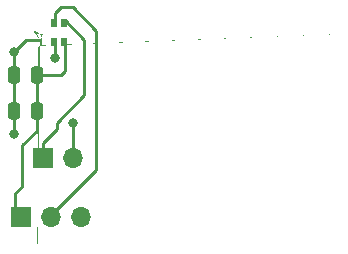
<source format=gbr>
%TF.GenerationSoftware,KiCad,Pcbnew,8.0.0*%
%TF.CreationDate,2024-04-07T22:46:54-07:00*%
%TF.ProjectId,PDM_Receiver,50444d5f-5265-4636-9569-7665722e6b69,rev?*%
%TF.SameCoordinates,Original*%
%TF.FileFunction,Copper,L1,Top*%
%TF.FilePolarity,Positive*%
%FSLAX46Y46*%
G04 Gerber Fmt 4.6, Leading zero omitted, Abs format (unit mm)*
G04 Created by KiCad (PCBNEW 8.0.0) date 2024-04-07 22:46:54*
%MOMM*%
%LPD*%
G01*
G04 APERTURE LIST*
G04 Aperture macros list*
%AMRoundRect*
0 Rectangle with rounded corners*
0 $1 Rounding radius*
0 $2 $3 $4 $5 $6 $7 $8 $9 X,Y pos of 4 corners*
0 Add a 4 corners polygon primitive as box body*
4,1,4,$2,$3,$4,$5,$6,$7,$8,$9,$2,$3,0*
0 Add four circle primitives for the rounded corners*
1,1,$1+$1,$2,$3*
1,1,$1+$1,$4,$5*
1,1,$1+$1,$6,$7*
1,1,$1+$1,$8,$9*
0 Add four rect primitives between the rounded corners*
20,1,$1+$1,$2,$3,$4,$5,0*
20,1,$1+$1,$4,$5,$6,$7,0*
20,1,$1+$1,$6,$7,$8,$9,0*
20,1,$1+$1,$8,$9,$2,$3,0*%
%AMFreePoly0*
4,1,251,-0.607239,0.797000,-0.565179,0.793995,-0.523154,0.787991,-0.482143,0.779988,-0.441106,0.770979,-0.401085,0.758972,-0.361060,0.744963,-0.322036,0.728952,-0.284003,0.710935,-0.246998,0.689932,-0.210998,0.668932,-0.176946,0.644897,-0.142922,0.618877,-0.111908,0.591865,-0.080885,0.562842,-0.051873,0.531828,-0.024853,0.500804,0.001158,0.466788,0.025182,0.432752,0.046185,0.396747,
0.067202,0.359714,0.085213,0.321690,0.101222,0.282665,0.115229,0.242644,0.127229,0.202644,0.136241,0.161596,0.144245,0.120571,0.150249,0.078536,0.153250,0.036513,0.154250,-0.002487,0.154250,-0.012512,0.153249,-0.054535,0.150245,-0.097571,0.144241,-0.139596,0.136236,-0.180616,0.126229,-0.222644,0.114222,-0.262665,0.100213,-0.302690,0.084204,-0.341710,0.066185,-0.380747,
0.045177,-0.417761,0.023162,-0.453783,-0.000853,-0.488804,-0.026868,-0.522822,-0.053885,-0.554842,-0.082908,-0.585865,-0.113928,-0.614882,-0.145946,-0.641897,-0.179967,-0.667912,-0.214989,-0.691927,-0.251003,-0.713935,-0.288040,-0.734954,-0.327060,-0.752963,-0.366085,-0.768972,-0.406106,-0.782979,-0.446134,-0.794986,-0.488154,-0.804991,-0.529179,-0.812995,-0.571215,-0.818999,-0.614238,-0.822000,
-0.656238,-0.823000,-0.716250,-0.823000,-0.716294,-0.822998,-0.761326,-0.818994,-0.800341,-0.812992,-0.838368,-0.805986,-0.875392,-0.796979,-0.912416,-0.785972,-0.949431,-0.772966,-0.985458,-0.758955,-1.020484,-0.742942,-1.054509,-0.724928,-1.087518,-0.704922,-1.120539,-0.683908,-1.151562,-0.661890,-1.181584,-0.637872,-1.210597,-0.611860,-1.238616,-0.584840,-1.264634,-0.556820,-1.289640,-0.526812,
-1.313662,-0.496783,-1.335672,-0.464768,-1.356689,-0.431739,-1.374695,-0.398729,-1.392710,-0.363697,-1.407716,-0.328681,-1.421726,-0.292654,-1.433733,-0.255630,-1.443737,-0.218615,-1.452742,-0.180591,-1.459742,-0.142591,-1.463748,-0.104547,-1.466748,-0.072547,-1.466750,-0.072500,-1.466750,-0.002487,-1.465749,0.036536,-1.462745,0.078571,-1.456741,0.120596,-1.448738,0.161607,-1.439729,0.202644,
-1.427722,0.242665,-1.413713,0.282690,-1.397702,0.321714,-1.379685,0.359747,-1.358682,0.396752,-1.337682,0.432752,-1.313647,0.466804,-1.287627,0.500828,-1.260615,0.531842,-1.231592,0.562865,-1.200578,0.591877,-1.169554,0.618897,-1.135538,0.644908,-1.101502,0.668932,-1.065497,0.689935,-1.028464,0.710952,-0.990440,0.728963,-0.951415,0.744972,-0.911394,0.758979,-0.871394,0.770979,
-0.830346,0.779991,-0.789321,0.787995,-0.747286,0.793999,-0.705261,0.797000,-0.661261,0.798000,-0.660905,0.797861,-0.660750,0.797511,-0.660750,0.497500,-0.660896,0.497146,-0.661229,0.497000,-0.685223,0.496000,-0.712205,0.494001,-0.738178,0.491004,-0.764151,0.486010,-0.790117,0.480017,-0.815098,0.472024,-0.840064,0.463036,-0.865042,0.453045,-0.889028,0.442051,-0.911990,0.429073,
-0.934976,0.415081,-0.956955,0.400095,-0.977937,0.384109,-0.997906,0.367136,-1.035886,0.329156,-1.052859,0.309187,-1.068845,0.288205,-1.083831,0.266226,-1.097823,0.243240,-1.110801,0.220278,-1.121795,0.196292,-1.131786,0.171314,-1.140774,0.146348,-1.148767,0.121367,-1.154759,0.095406,-1.159754,0.069428,-1.162751,0.043463,-1.164751,0.016463,-1.165750,-0.012517,-1.165750,-0.035475,
-1.163751,-0.061457,-1.160753,-0.087443,-1.156758,-0.113407,-1.150767,-0.139370,-1.143767,-0.165369,-1.135782,-0.190320,-1.125795,-0.214292,-1.114795,-0.238292,-1.102811,-0.262258,-1.088828,-0.285232,-1.074841,-0.307210,-1.058859,-0.328187,-1.041869,-0.348176,-1.023893,-0.368149,-0.985926,-0.404117,-0.964947,-0.420102,-0.942972,-0.436084,-0.920989,-0.450072,-0.898019,-0.463056,-0.874046,-0.475043,
-0.850058,-0.485038,-0.825086,-0.495026,-0.775139,-0.509012,-0.749162,-0.514007,-0.723189,-0.518003,-0.696217,-0.521000,-0.666233,-0.522000,-0.656266,-0.522000,-0.625282,-0.521000,-0.598310,-0.518003,-0.572341,-0.514008,-0.545358,-0.509011,-0.519386,-0.502018,-0.493397,-0.494022,-0.468445,-0.485039,-0.443459,-0.474045,-0.419491,-0.462061,-0.373524,-0.434081,-0.351553,-0.418102,-0.330566,-0.402112,
-0.310604,-0.384146,-0.291603,-0.365146,-0.272635,-0.345181,-0.255639,-0.324185,-0.239663,-0.302218,-0.224672,-0.280232,-0.211690,-0.257262,-0.198699,-0.233278,-0.187708,-0.208299,-0.177714,-0.183314,-0.168729,-0.158358,-0.161733,-0.132370,-0.155741,-0.105407,-0.151746,-0.079439,-0.148749,-0.052463,-0.146750,-0.025476,-0.146750,-0.002500,-0.147748,0.019457,-0.150744,0.044421,-0.154743,0.069421,
-0.159736,0.094385,-0.166730,0.119360,-0.173724,0.143342,-0.182712,0.167308,-0.192712,0.191308,-0.203694,0.214271,-0.229666,0.258223,-0.243653,0.279204,-0.259648,0.300197,-0.275623,0.319167,-0.292608,0.338150,-0.311583,0.356127,-0.330582,0.373127,-0.349549,0.389099,-0.391531,0.419086,-0.413478,0.432055,-0.459449,0.454041,-0.483434,0.464034,-0.531384,0.480018,-0.556363,0.486013,
-0.581321,0.491004,-0.607306,0.494003,-0.636272,0.497000,-0.651250,0.497000,-0.651604,0.497146,-0.651750,0.497500,-0.651750,0.797500,-0.651604,0.797854,-0.651250,0.798000,-0.651239,0.798000,-0.607239,0.797000,-0.607239,0.797000,$1*%
G04 Aperture macros list end*
%TA.AperFunction,SMDPad,CuDef*%
%ADD10R,0.500000X0.700000*%
%TD*%
%TA.AperFunction,SMDPad,CuDef*%
%ADD11FreePoly0,270.000000*%
%TD*%
%TA.AperFunction,SMDPad,CuDef*%
%ADD12RoundRect,0.250000X-0.250000X-0.475000X0.250000X-0.475000X0.250000X0.475000X-0.250000X0.475000X0*%
%TD*%
%TA.AperFunction,ComponentPad*%
%ADD13R,1.700000X1.700000*%
%TD*%
%TA.AperFunction,ComponentPad*%
%ADD14O,1.700000X1.700000*%
%TD*%
%TA.AperFunction,ViaPad*%
%ADD15C,0.800000*%
%TD*%
%TA.AperFunction,Conductor*%
%ADD16C,0.250000*%
%TD*%
G04 APERTURE END LIST*
D10*
%TO.P,MK1,1,DATA*%
%TO.N,Data*%
X113282250Y-65540500D03*
%TO.P,MK1,2,SELECT*%
%TO.N,Net-(J3-Pin_2)*%
X112460250Y-65540500D03*
%TO.P,MK1,5,VDD*%
%TO.N,3.3V Power*%
X113282250Y-67215500D03*
%TO.P,MK1,4,CLOCK*%
%TO.N,Net-(J2-Pin_2)*%
X112460250Y-67215500D03*
D11*
%TO.P,MK1,3,GND*%
%TO.N,GND*%
X111220750Y-67034250D03*
%TD*%
D12*
%TO.P,C5,1*%
%TO.N,GND*%
X109050000Y-73000000D03*
%TO.P,C5,2*%
%TO.N,3.3V Power*%
X110950000Y-73000000D03*
%TD*%
%TO.P,C10,1*%
%TO.N,GND*%
X109050000Y-70000000D03*
%TO.P,C10,2*%
%TO.N,3.3V Power*%
X110950000Y-70000000D03*
%TD*%
D13*
%TO.P,J2,1,Pin_1*%
%TO.N,Data*%
X111460000Y-77000000D03*
D14*
%TO.P,J2,2,Pin_2*%
%TO.N,Net-(J2-Pin_2)*%
X114000000Y-77000000D03*
%TD*%
D13*
%TO.P,J3,1,Pin_1*%
%TO.N,3.3V Power*%
X109625000Y-82000000D03*
D14*
%TO.P,J3,2,Pin_2*%
%TO.N,Net-(J3-Pin_2)*%
X112165000Y-82000000D03*
%TO.P,J3,3,Pin_3*%
%TO.N,GND*%
X114705000Y-82000000D03*
%TD*%
D15*
%TO.N,GND*%
X109050000Y-68000000D03*
X109000000Y-75000000D03*
%TO.N,Net-(J2-Pin_2)*%
X112500000Y-68500000D03*
X114000000Y-74000000D03*
%TD*%
D16*
%TO.N,GND*%
X110015750Y-67034250D02*
X109050000Y-68000000D01*
X111220750Y-67034250D02*
X110015750Y-67034250D01*
%TO.N,3.3V Power*%
X110950000Y-70000000D02*
X113000000Y-70000000D01*
X113000000Y-70000000D02*
X113361400Y-69638600D01*
X113361400Y-69638600D02*
X113361400Y-67000000D01*
%TO.N,Net-(J2-Pin_2)*%
X112460250Y-67079150D02*
X112539400Y-67000000D01*
X112460250Y-67215500D02*
X112460250Y-67079150D01*
X112500000Y-67255250D02*
X112460250Y-67215500D01*
X112500000Y-68500000D02*
X112500000Y-67255250D01*
%TO.N,GND*%
X109050000Y-68000000D02*
X109050000Y-70000000D01*
%TO.N,Data*%
X112650000Y-74500000D02*
X112650000Y-74000000D01*
X115000000Y-71650000D02*
X115000000Y-66963600D01*
X115000000Y-66963600D02*
X113361400Y-65325000D01*
X111460000Y-75690000D02*
X112650000Y-74500000D01*
X111460000Y-77000000D02*
X111460000Y-75690000D01*
X112650000Y-74000000D02*
X115000000Y-71650000D01*
%TO.N,3.3V Power*%
X110950000Y-74700000D02*
X110950000Y-73000000D01*
X109725000Y-75925000D02*
X110950000Y-74700000D01*
X109725000Y-79425000D02*
X109725000Y-75925000D01*
X109150000Y-80000000D02*
X109725000Y-79425000D01*
X109150000Y-81525000D02*
X109150000Y-80000000D01*
X109625000Y-82000000D02*
X109150000Y-81525000D01*
X109625000Y-82000000D02*
X109475000Y-82000000D01*
%TO.N,Net-(J3-Pin_2)*%
X113021100Y-64225000D02*
X112539400Y-64706700D01*
X116000000Y-66225000D02*
X114000000Y-64225000D01*
X116000000Y-78015000D02*
X116000000Y-66225000D01*
X114000000Y-64225000D02*
X113021100Y-64225000D01*
X112015000Y-82000000D02*
X116000000Y-78015000D01*
X112539400Y-64706700D02*
X112539400Y-65325000D01*
%TO.N,GND*%
X109000000Y-75000000D02*
X109050000Y-74950000D01*
X109050000Y-74950000D02*
X109050000Y-73000000D01*
%TO.N,Net-(J2-Pin_2)*%
X114000000Y-77000000D02*
X114000000Y-74000000D01*
%TO.N,3.3V Power*%
X110950000Y-73000000D02*
X110950000Y-70000000D01*
%TO.N,GND*%
X109050000Y-73000000D02*
X109050000Y-70000000D01*
%TD*%
M02*

</source>
